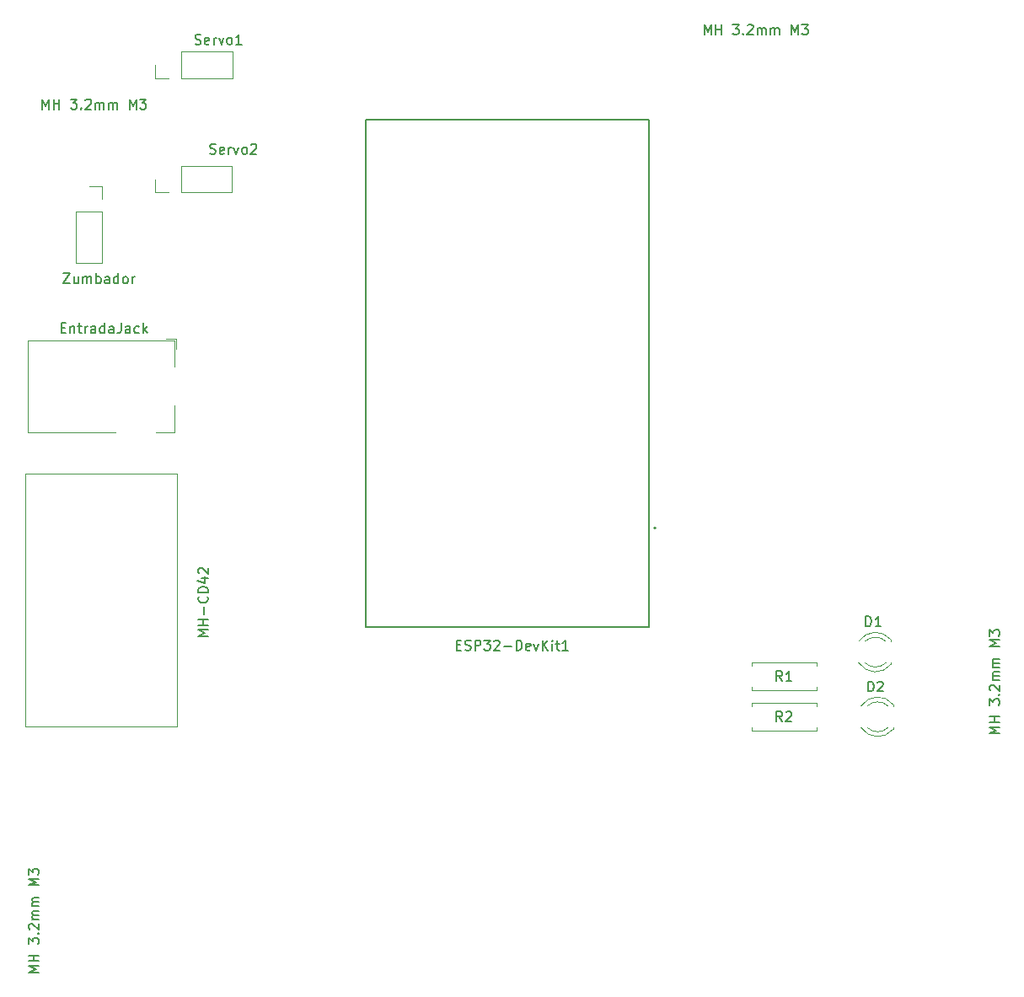
<source format=gbr>
%TF.GenerationSoftware,KiCad,Pcbnew,8.0.4*%
%TF.CreationDate,2024-08-27T12:01:37-05:00*%
%TF.ProjectId,ClonadorDeSe_alesEsp32,436c6f6e-6164-46f7-9244-655365f1616c,rev?*%
%TF.SameCoordinates,Original*%
%TF.FileFunction,Legend,Top*%
%TF.FilePolarity,Positive*%
%FSLAX46Y46*%
G04 Gerber Fmt 4.6, Leading zero omitted, Abs format (unit mm)*
G04 Created by KiCad (PCBNEW 8.0.4) date 2024-08-27 12:01:37*
%MOMM*%
%LPD*%
G01*
G04 APERTURE LIST*
%ADD10C,0.150000*%
%ADD11C,0.120000*%
%ADD12C,0.127000*%
%ADD13C,0.200000*%
G04 APERTURE END LIST*
D10*
X76809524Y-51454819D02*
X76809524Y-50454819D01*
X76809524Y-50454819D02*
X77142857Y-51169104D01*
X77142857Y-51169104D02*
X77476190Y-50454819D01*
X77476190Y-50454819D02*
X77476190Y-51454819D01*
X77952381Y-51454819D02*
X77952381Y-50454819D01*
X77952381Y-50931009D02*
X78523809Y-50931009D01*
X78523809Y-51454819D02*
X78523809Y-50454819D01*
X79666667Y-50454819D02*
X80285714Y-50454819D01*
X80285714Y-50454819D02*
X79952381Y-50835771D01*
X79952381Y-50835771D02*
X80095238Y-50835771D01*
X80095238Y-50835771D02*
X80190476Y-50883390D01*
X80190476Y-50883390D02*
X80238095Y-50931009D01*
X80238095Y-50931009D02*
X80285714Y-51026247D01*
X80285714Y-51026247D02*
X80285714Y-51264342D01*
X80285714Y-51264342D02*
X80238095Y-51359580D01*
X80238095Y-51359580D02*
X80190476Y-51407200D01*
X80190476Y-51407200D02*
X80095238Y-51454819D01*
X80095238Y-51454819D02*
X79809524Y-51454819D01*
X79809524Y-51454819D02*
X79714286Y-51407200D01*
X79714286Y-51407200D02*
X79666667Y-51359580D01*
X80714286Y-51359580D02*
X80761905Y-51407200D01*
X80761905Y-51407200D02*
X80714286Y-51454819D01*
X80714286Y-51454819D02*
X80666667Y-51407200D01*
X80666667Y-51407200D02*
X80714286Y-51359580D01*
X80714286Y-51359580D02*
X80714286Y-51454819D01*
X81142857Y-50550057D02*
X81190476Y-50502438D01*
X81190476Y-50502438D02*
X81285714Y-50454819D01*
X81285714Y-50454819D02*
X81523809Y-50454819D01*
X81523809Y-50454819D02*
X81619047Y-50502438D01*
X81619047Y-50502438D02*
X81666666Y-50550057D01*
X81666666Y-50550057D02*
X81714285Y-50645295D01*
X81714285Y-50645295D02*
X81714285Y-50740533D01*
X81714285Y-50740533D02*
X81666666Y-50883390D01*
X81666666Y-50883390D02*
X81095238Y-51454819D01*
X81095238Y-51454819D02*
X81714285Y-51454819D01*
X82142857Y-51454819D02*
X82142857Y-50788152D01*
X82142857Y-50883390D02*
X82190476Y-50835771D01*
X82190476Y-50835771D02*
X82285714Y-50788152D01*
X82285714Y-50788152D02*
X82428571Y-50788152D01*
X82428571Y-50788152D02*
X82523809Y-50835771D01*
X82523809Y-50835771D02*
X82571428Y-50931009D01*
X82571428Y-50931009D02*
X82571428Y-51454819D01*
X82571428Y-50931009D02*
X82619047Y-50835771D01*
X82619047Y-50835771D02*
X82714285Y-50788152D01*
X82714285Y-50788152D02*
X82857142Y-50788152D01*
X82857142Y-50788152D02*
X82952381Y-50835771D01*
X82952381Y-50835771D02*
X83000000Y-50931009D01*
X83000000Y-50931009D02*
X83000000Y-51454819D01*
X83476190Y-51454819D02*
X83476190Y-50788152D01*
X83476190Y-50883390D02*
X83523809Y-50835771D01*
X83523809Y-50835771D02*
X83619047Y-50788152D01*
X83619047Y-50788152D02*
X83761904Y-50788152D01*
X83761904Y-50788152D02*
X83857142Y-50835771D01*
X83857142Y-50835771D02*
X83904761Y-50931009D01*
X83904761Y-50931009D02*
X83904761Y-51454819D01*
X83904761Y-50931009D02*
X83952380Y-50835771D01*
X83952380Y-50835771D02*
X84047618Y-50788152D01*
X84047618Y-50788152D02*
X84190475Y-50788152D01*
X84190475Y-50788152D02*
X84285714Y-50835771D01*
X84285714Y-50835771D02*
X84333333Y-50931009D01*
X84333333Y-50931009D02*
X84333333Y-51454819D01*
X85571428Y-51454819D02*
X85571428Y-50454819D01*
X85571428Y-50454819D02*
X85904761Y-51169104D01*
X85904761Y-51169104D02*
X86238094Y-50454819D01*
X86238094Y-50454819D02*
X86238094Y-51454819D01*
X86619047Y-50454819D02*
X87238094Y-50454819D01*
X87238094Y-50454819D02*
X86904761Y-50835771D01*
X86904761Y-50835771D02*
X87047618Y-50835771D01*
X87047618Y-50835771D02*
X87142856Y-50883390D01*
X87142856Y-50883390D02*
X87190475Y-50931009D01*
X87190475Y-50931009D02*
X87238094Y-51026247D01*
X87238094Y-51026247D02*
X87238094Y-51264342D01*
X87238094Y-51264342D02*
X87190475Y-51359580D01*
X87190475Y-51359580D02*
X87142856Y-51407200D01*
X87142856Y-51407200D02*
X87047618Y-51454819D01*
X87047618Y-51454819D02*
X86761904Y-51454819D01*
X86761904Y-51454819D02*
X86666666Y-51407200D01*
X86666666Y-51407200D02*
X86619047Y-51359580D01*
X93666666Y-55907200D02*
X93809523Y-55954819D01*
X93809523Y-55954819D02*
X94047618Y-55954819D01*
X94047618Y-55954819D02*
X94142856Y-55907200D01*
X94142856Y-55907200D02*
X94190475Y-55859580D01*
X94190475Y-55859580D02*
X94238094Y-55764342D01*
X94238094Y-55764342D02*
X94238094Y-55669104D01*
X94238094Y-55669104D02*
X94190475Y-55573866D01*
X94190475Y-55573866D02*
X94142856Y-55526247D01*
X94142856Y-55526247D02*
X94047618Y-55478628D01*
X94047618Y-55478628D02*
X93857142Y-55431009D01*
X93857142Y-55431009D02*
X93761904Y-55383390D01*
X93761904Y-55383390D02*
X93714285Y-55335771D01*
X93714285Y-55335771D02*
X93666666Y-55240533D01*
X93666666Y-55240533D02*
X93666666Y-55145295D01*
X93666666Y-55145295D02*
X93714285Y-55050057D01*
X93714285Y-55050057D02*
X93761904Y-55002438D01*
X93761904Y-55002438D02*
X93857142Y-54954819D01*
X93857142Y-54954819D02*
X94095237Y-54954819D01*
X94095237Y-54954819D02*
X94238094Y-55002438D01*
X95047618Y-55907200D02*
X94952380Y-55954819D01*
X94952380Y-55954819D02*
X94761904Y-55954819D01*
X94761904Y-55954819D02*
X94666666Y-55907200D01*
X94666666Y-55907200D02*
X94619047Y-55811961D01*
X94619047Y-55811961D02*
X94619047Y-55431009D01*
X94619047Y-55431009D02*
X94666666Y-55335771D01*
X94666666Y-55335771D02*
X94761904Y-55288152D01*
X94761904Y-55288152D02*
X94952380Y-55288152D01*
X94952380Y-55288152D02*
X95047618Y-55335771D01*
X95047618Y-55335771D02*
X95095237Y-55431009D01*
X95095237Y-55431009D02*
X95095237Y-55526247D01*
X95095237Y-55526247D02*
X94619047Y-55621485D01*
X95523809Y-55954819D02*
X95523809Y-55288152D01*
X95523809Y-55478628D02*
X95571428Y-55383390D01*
X95571428Y-55383390D02*
X95619047Y-55335771D01*
X95619047Y-55335771D02*
X95714285Y-55288152D01*
X95714285Y-55288152D02*
X95809523Y-55288152D01*
X96047619Y-55288152D02*
X96285714Y-55954819D01*
X96285714Y-55954819D02*
X96523809Y-55288152D01*
X97047619Y-55954819D02*
X96952381Y-55907200D01*
X96952381Y-55907200D02*
X96904762Y-55859580D01*
X96904762Y-55859580D02*
X96857143Y-55764342D01*
X96857143Y-55764342D02*
X96857143Y-55478628D01*
X96857143Y-55478628D02*
X96904762Y-55383390D01*
X96904762Y-55383390D02*
X96952381Y-55335771D01*
X96952381Y-55335771D02*
X97047619Y-55288152D01*
X97047619Y-55288152D02*
X97190476Y-55288152D01*
X97190476Y-55288152D02*
X97285714Y-55335771D01*
X97285714Y-55335771D02*
X97333333Y-55383390D01*
X97333333Y-55383390D02*
X97380952Y-55478628D01*
X97380952Y-55478628D02*
X97380952Y-55764342D01*
X97380952Y-55764342D02*
X97333333Y-55859580D01*
X97333333Y-55859580D02*
X97285714Y-55907200D01*
X97285714Y-55907200D02*
X97190476Y-55954819D01*
X97190476Y-55954819D02*
X97047619Y-55954819D01*
X97761905Y-55050057D02*
X97809524Y-55002438D01*
X97809524Y-55002438D02*
X97904762Y-54954819D01*
X97904762Y-54954819D02*
X98142857Y-54954819D01*
X98142857Y-54954819D02*
X98238095Y-55002438D01*
X98238095Y-55002438D02*
X98285714Y-55050057D01*
X98285714Y-55050057D02*
X98333333Y-55145295D01*
X98333333Y-55145295D02*
X98333333Y-55240533D01*
X98333333Y-55240533D02*
X98285714Y-55383390D01*
X98285714Y-55383390D02*
X97714286Y-55954819D01*
X97714286Y-55954819D02*
X98333333Y-55954819D01*
X93454819Y-104428570D02*
X92454819Y-104428570D01*
X92454819Y-104428570D02*
X93169104Y-104095237D01*
X93169104Y-104095237D02*
X92454819Y-103761904D01*
X92454819Y-103761904D02*
X93454819Y-103761904D01*
X93454819Y-103285713D02*
X92454819Y-103285713D01*
X92931009Y-103285713D02*
X92931009Y-102714285D01*
X93454819Y-102714285D02*
X92454819Y-102714285D01*
X93073866Y-102238094D02*
X93073866Y-101476190D01*
X93359580Y-100428571D02*
X93407200Y-100476190D01*
X93407200Y-100476190D02*
X93454819Y-100619047D01*
X93454819Y-100619047D02*
X93454819Y-100714285D01*
X93454819Y-100714285D02*
X93407200Y-100857142D01*
X93407200Y-100857142D02*
X93311961Y-100952380D01*
X93311961Y-100952380D02*
X93216723Y-100999999D01*
X93216723Y-100999999D02*
X93026247Y-101047618D01*
X93026247Y-101047618D02*
X92883390Y-101047618D01*
X92883390Y-101047618D02*
X92692914Y-100999999D01*
X92692914Y-100999999D02*
X92597676Y-100952380D01*
X92597676Y-100952380D02*
X92502438Y-100857142D01*
X92502438Y-100857142D02*
X92454819Y-100714285D01*
X92454819Y-100714285D02*
X92454819Y-100619047D01*
X92454819Y-100619047D02*
X92502438Y-100476190D01*
X92502438Y-100476190D02*
X92550057Y-100428571D01*
X93454819Y-99999999D02*
X92454819Y-99999999D01*
X92454819Y-99999999D02*
X92454819Y-99761904D01*
X92454819Y-99761904D02*
X92502438Y-99619047D01*
X92502438Y-99619047D02*
X92597676Y-99523809D01*
X92597676Y-99523809D02*
X92692914Y-99476190D01*
X92692914Y-99476190D02*
X92883390Y-99428571D01*
X92883390Y-99428571D02*
X93026247Y-99428571D01*
X93026247Y-99428571D02*
X93216723Y-99476190D01*
X93216723Y-99476190D02*
X93311961Y-99523809D01*
X93311961Y-99523809D02*
X93407200Y-99619047D01*
X93407200Y-99619047D02*
X93454819Y-99761904D01*
X93454819Y-99761904D02*
X93454819Y-99999999D01*
X92788152Y-98571428D02*
X93454819Y-98571428D01*
X92407200Y-98809523D02*
X93121485Y-99047618D01*
X93121485Y-99047618D02*
X93121485Y-98428571D01*
X92550057Y-98095237D02*
X92502438Y-98047618D01*
X92502438Y-98047618D02*
X92454819Y-97952380D01*
X92454819Y-97952380D02*
X92454819Y-97714285D01*
X92454819Y-97714285D02*
X92502438Y-97619047D01*
X92502438Y-97619047D02*
X92550057Y-97571428D01*
X92550057Y-97571428D02*
X92645295Y-97523809D01*
X92645295Y-97523809D02*
X92740533Y-97523809D01*
X92740533Y-97523809D02*
X92883390Y-97571428D01*
X92883390Y-97571428D02*
X93454819Y-98142856D01*
X93454819Y-98142856D02*
X93454819Y-97523809D01*
X92166666Y-44907200D02*
X92309523Y-44954819D01*
X92309523Y-44954819D02*
X92547618Y-44954819D01*
X92547618Y-44954819D02*
X92642856Y-44907200D01*
X92642856Y-44907200D02*
X92690475Y-44859580D01*
X92690475Y-44859580D02*
X92738094Y-44764342D01*
X92738094Y-44764342D02*
X92738094Y-44669104D01*
X92738094Y-44669104D02*
X92690475Y-44573866D01*
X92690475Y-44573866D02*
X92642856Y-44526247D01*
X92642856Y-44526247D02*
X92547618Y-44478628D01*
X92547618Y-44478628D02*
X92357142Y-44431009D01*
X92357142Y-44431009D02*
X92261904Y-44383390D01*
X92261904Y-44383390D02*
X92214285Y-44335771D01*
X92214285Y-44335771D02*
X92166666Y-44240533D01*
X92166666Y-44240533D02*
X92166666Y-44145295D01*
X92166666Y-44145295D02*
X92214285Y-44050057D01*
X92214285Y-44050057D02*
X92261904Y-44002438D01*
X92261904Y-44002438D02*
X92357142Y-43954819D01*
X92357142Y-43954819D02*
X92595237Y-43954819D01*
X92595237Y-43954819D02*
X92738094Y-44002438D01*
X93547618Y-44907200D02*
X93452380Y-44954819D01*
X93452380Y-44954819D02*
X93261904Y-44954819D01*
X93261904Y-44954819D02*
X93166666Y-44907200D01*
X93166666Y-44907200D02*
X93119047Y-44811961D01*
X93119047Y-44811961D02*
X93119047Y-44431009D01*
X93119047Y-44431009D02*
X93166666Y-44335771D01*
X93166666Y-44335771D02*
X93261904Y-44288152D01*
X93261904Y-44288152D02*
X93452380Y-44288152D01*
X93452380Y-44288152D02*
X93547618Y-44335771D01*
X93547618Y-44335771D02*
X93595237Y-44431009D01*
X93595237Y-44431009D02*
X93595237Y-44526247D01*
X93595237Y-44526247D02*
X93119047Y-44621485D01*
X94023809Y-44954819D02*
X94023809Y-44288152D01*
X94023809Y-44478628D02*
X94071428Y-44383390D01*
X94071428Y-44383390D02*
X94119047Y-44335771D01*
X94119047Y-44335771D02*
X94214285Y-44288152D01*
X94214285Y-44288152D02*
X94309523Y-44288152D01*
X94547619Y-44288152D02*
X94785714Y-44954819D01*
X94785714Y-44954819D02*
X95023809Y-44288152D01*
X95547619Y-44954819D02*
X95452381Y-44907200D01*
X95452381Y-44907200D02*
X95404762Y-44859580D01*
X95404762Y-44859580D02*
X95357143Y-44764342D01*
X95357143Y-44764342D02*
X95357143Y-44478628D01*
X95357143Y-44478628D02*
X95404762Y-44383390D01*
X95404762Y-44383390D02*
X95452381Y-44335771D01*
X95452381Y-44335771D02*
X95547619Y-44288152D01*
X95547619Y-44288152D02*
X95690476Y-44288152D01*
X95690476Y-44288152D02*
X95785714Y-44335771D01*
X95785714Y-44335771D02*
X95833333Y-44383390D01*
X95833333Y-44383390D02*
X95880952Y-44478628D01*
X95880952Y-44478628D02*
X95880952Y-44764342D01*
X95880952Y-44764342D02*
X95833333Y-44859580D01*
X95833333Y-44859580D02*
X95785714Y-44907200D01*
X95785714Y-44907200D02*
X95690476Y-44954819D01*
X95690476Y-44954819D02*
X95547619Y-44954819D01*
X96833333Y-44954819D02*
X96261905Y-44954819D01*
X96547619Y-44954819D02*
X96547619Y-43954819D01*
X96547619Y-43954819D02*
X96452381Y-44097676D01*
X96452381Y-44097676D02*
X96357143Y-44192914D01*
X96357143Y-44192914D02*
X96261905Y-44240533D01*
X151143333Y-108904819D02*
X150810000Y-108428628D01*
X150571905Y-108904819D02*
X150571905Y-107904819D01*
X150571905Y-107904819D02*
X150952857Y-107904819D01*
X150952857Y-107904819D02*
X151048095Y-107952438D01*
X151048095Y-107952438D02*
X151095714Y-108000057D01*
X151095714Y-108000057D02*
X151143333Y-108095295D01*
X151143333Y-108095295D02*
X151143333Y-108238152D01*
X151143333Y-108238152D02*
X151095714Y-108333390D01*
X151095714Y-108333390D02*
X151048095Y-108381009D01*
X151048095Y-108381009D02*
X150952857Y-108428628D01*
X150952857Y-108428628D02*
X150571905Y-108428628D01*
X152095714Y-108904819D02*
X151524286Y-108904819D01*
X151810000Y-108904819D02*
X151810000Y-107904819D01*
X151810000Y-107904819D02*
X151714762Y-108047676D01*
X151714762Y-108047676D02*
X151619524Y-108142914D01*
X151619524Y-108142914D02*
X151524286Y-108190533D01*
X78714285Y-73431009D02*
X79047618Y-73431009D01*
X79190475Y-73954819D02*
X78714285Y-73954819D01*
X78714285Y-73954819D02*
X78714285Y-72954819D01*
X78714285Y-72954819D02*
X79190475Y-72954819D01*
X79619047Y-73288152D02*
X79619047Y-73954819D01*
X79619047Y-73383390D02*
X79666666Y-73335771D01*
X79666666Y-73335771D02*
X79761904Y-73288152D01*
X79761904Y-73288152D02*
X79904761Y-73288152D01*
X79904761Y-73288152D02*
X79999999Y-73335771D01*
X79999999Y-73335771D02*
X80047618Y-73431009D01*
X80047618Y-73431009D02*
X80047618Y-73954819D01*
X80380952Y-73288152D02*
X80761904Y-73288152D01*
X80523809Y-72954819D02*
X80523809Y-73811961D01*
X80523809Y-73811961D02*
X80571428Y-73907200D01*
X80571428Y-73907200D02*
X80666666Y-73954819D01*
X80666666Y-73954819D02*
X80761904Y-73954819D01*
X81095238Y-73954819D02*
X81095238Y-73288152D01*
X81095238Y-73478628D02*
X81142857Y-73383390D01*
X81142857Y-73383390D02*
X81190476Y-73335771D01*
X81190476Y-73335771D02*
X81285714Y-73288152D01*
X81285714Y-73288152D02*
X81380952Y-73288152D01*
X82142857Y-73954819D02*
X82142857Y-73431009D01*
X82142857Y-73431009D02*
X82095238Y-73335771D01*
X82095238Y-73335771D02*
X82000000Y-73288152D01*
X82000000Y-73288152D02*
X81809524Y-73288152D01*
X81809524Y-73288152D02*
X81714286Y-73335771D01*
X82142857Y-73907200D02*
X82047619Y-73954819D01*
X82047619Y-73954819D02*
X81809524Y-73954819D01*
X81809524Y-73954819D02*
X81714286Y-73907200D01*
X81714286Y-73907200D02*
X81666667Y-73811961D01*
X81666667Y-73811961D02*
X81666667Y-73716723D01*
X81666667Y-73716723D02*
X81714286Y-73621485D01*
X81714286Y-73621485D02*
X81809524Y-73573866D01*
X81809524Y-73573866D02*
X82047619Y-73573866D01*
X82047619Y-73573866D02*
X82142857Y-73526247D01*
X83047619Y-73954819D02*
X83047619Y-72954819D01*
X83047619Y-73907200D02*
X82952381Y-73954819D01*
X82952381Y-73954819D02*
X82761905Y-73954819D01*
X82761905Y-73954819D02*
X82666667Y-73907200D01*
X82666667Y-73907200D02*
X82619048Y-73859580D01*
X82619048Y-73859580D02*
X82571429Y-73764342D01*
X82571429Y-73764342D02*
X82571429Y-73478628D01*
X82571429Y-73478628D02*
X82619048Y-73383390D01*
X82619048Y-73383390D02*
X82666667Y-73335771D01*
X82666667Y-73335771D02*
X82761905Y-73288152D01*
X82761905Y-73288152D02*
X82952381Y-73288152D01*
X82952381Y-73288152D02*
X83047619Y-73335771D01*
X83952381Y-73954819D02*
X83952381Y-73431009D01*
X83952381Y-73431009D02*
X83904762Y-73335771D01*
X83904762Y-73335771D02*
X83809524Y-73288152D01*
X83809524Y-73288152D02*
X83619048Y-73288152D01*
X83619048Y-73288152D02*
X83523810Y-73335771D01*
X83952381Y-73907200D02*
X83857143Y-73954819D01*
X83857143Y-73954819D02*
X83619048Y-73954819D01*
X83619048Y-73954819D02*
X83523810Y-73907200D01*
X83523810Y-73907200D02*
X83476191Y-73811961D01*
X83476191Y-73811961D02*
X83476191Y-73716723D01*
X83476191Y-73716723D02*
X83523810Y-73621485D01*
X83523810Y-73621485D02*
X83619048Y-73573866D01*
X83619048Y-73573866D02*
X83857143Y-73573866D01*
X83857143Y-73573866D02*
X83952381Y-73526247D01*
X84714286Y-72954819D02*
X84714286Y-73669104D01*
X84714286Y-73669104D02*
X84666667Y-73811961D01*
X84666667Y-73811961D02*
X84571429Y-73907200D01*
X84571429Y-73907200D02*
X84428572Y-73954819D01*
X84428572Y-73954819D02*
X84333334Y-73954819D01*
X85619048Y-73954819D02*
X85619048Y-73431009D01*
X85619048Y-73431009D02*
X85571429Y-73335771D01*
X85571429Y-73335771D02*
X85476191Y-73288152D01*
X85476191Y-73288152D02*
X85285715Y-73288152D01*
X85285715Y-73288152D02*
X85190477Y-73335771D01*
X85619048Y-73907200D02*
X85523810Y-73954819D01*
X85523810Y-73954819D02*
X85285715Y-73954819D01*
X85285715Y-73954819D02*
X85190477Y-73907200D01*
X85190477Y-73907200D02*
X85142858Y-73811961D01*
X85142858Y-73811961D02*
X85142858Y-73716723D01*
X85142858Y-73716723D02*
X85190477Y-73621485D01*
X85190477Y-73621485D02*
X85285715Y-73573866D01*
X85285715Y-73573866D02*
X85523810Y-73573866D01*
X85523810Y-73573866D02*
X85619048Y-73526247D01*
X86523810Y-73907200D02*
X86428572Y-73954819D01*
X86428572Y-73954819D02*
X86238096Y-73954819D01*
X86238096Y-73954819D02*
X86142858Y-73907200D01*
X86142858Y-73907200D02*
X86095239Y-73859580D01*
X86095239Y-73859580D02*
X86047620Y-73764342D01*
X86047620Y-73764342D02*
X86047620Y-73478628D01*
X86047620Y-73478628D02*
X86095239Y-73383390D01*
X86095239Y-73383390D02*
X86142858Y-73335771D01*
X86142858Y-73335771D02*
X86238096Y-73288152D01*
X86238096Y-73288152D02*
X86428572Y-73288152D01*
X86428572Y-73288152D02*
X86523810Y-73335771D01*
X86952382Y-73954819D02*
X86952382Y-72954819D01*
X87047620Y-73573866D02*
X87333334Y-73954819D01*
X87333334Y-73288152D02*
X86952382Y-73669104D01*
X151143333Y-112954819D02*
X150810000Y-112478628D01*
X150571905Y-112954819D02*
X150571905Y-111954819D01*
X150571905Y-111954819D02*
X150952857Y-111954819D01*
X150952857Y-111954819D02*
X151048095Y-112002438D01*
X151048095Y-112002438D02*
X151095714Y-112050057D01*
X151095714Y-112050057D02*
X151143333Y-112145295D01*
X151143333Y-112145295D02*
X151143333Y-112288152D01*
X151143333Y-112288152D02*
X151095714Y-112383390D01*
X151095714Y-112383390D02*
X151048095Y-112431009D01*
X151048095Y-112431009D02*
X150952857Y-112478628D01*
X150952857Y-112478628D02*
X150571905Y-112478628D01*
X151524286Y-112050057D02*
X151571905Y-112002438D01*
X151571905Y-112002438D02*
X151667143Y-111954819D01*
X151667143Y-111954819D02*
X151905238Y-111954819D01*
X151905238Y-111954819D02*
X152000476Y-112002438D01*
X152000476Y-112002438D02*
X152048095Y-112050057D01*
X152048095Y-112050057D02*
X152095714Y-112145295D01*
X152095714Y-112145295D02*
X152095714Y-112240533D01*
X152095714Y-112240533D02*
X152048095Y-112383390D01*
X152048095Y-112383390D02*
X151476667Y-112954819D01*
X151476667Y-112954819D02*
X152095714Y-112954819D01*
X143309524Y-43954819D02*
X143309524Y-42954819D01*
X143309524Y-42954819D02*
X143642857Y-43669104D01*
X143642857Y-43669104D02*
X143976190Y-42954819D01*
X143976190Y-42954819D02*
X143976190Y-43954819D01*
X144452381Y-43954819D02*
X144452381Y-42954819D01*
X144452381Y-43431009D02*
X145023809Y-43431009D01*
X145023809Y-43954819D02*
X145023809Y-42954819D01*
X146166667Y-42954819D02*
X146785714Y-42954819D01*
X146785714Y-42954819D02*
X146452381Y-43335771D01*
X146452381Y-43335771D02*
X146595238Y-43335771D01*
X146595238Y-43335771D02*
X146690476Y-43383390D01*
X146690476Y-43383390D02*
X146738095Y-43431009D01*
X146738095Y-43431009D02*
X146785714Y-43526247D01*
X146785714Y-43526247D02*
X146785714Y-43764342D01*
X146785714Y-43764342D02*
X146738095Y-43859580D01*
X146738095Y-43859580D02*
X146690476Y-43907200D01*
X146690476Y-43907200D02*
X146595238Y-43954819D01*
X146595238Y-43954819D02*
X146309524Y-43954819D01*
X146309524Y-43954819D02*
X146214286Y-43907200D01*
X146214286Y-43907200D02*
X146166667Y-43859580D01*
X147214286Y-43859580D02*
X147261905Y-43907200D01*
X147261905Y-43907200D02*
X147214286Y-43954819D01*
X147214286Y-43954819D02*
X147166667Y-43907200D01*
X147166667Y-43907200D02*
X147214286Y-43859580D01*
X147214286Y-43859580D02*
X147214286Y-43954819D01*
X147642857Y-43050057D02*
X147690476Y-43002438D01*
X147690476Y-43002438D02*
X147785714Y-42954819D01*
X147785714Y-42954819D02*
X148023809Y-42954819D01*
X148023809Y-42954819D02*
X148119047Y-43002438D01*
X148119047Y-43002438D02*
X148166666Y-43050057D01*
X148166666Y-43050057D02*
X148214285Y-43145295D01*
X148214285Y-43145295D02*
X148214285Y-43240533D01*
X148214285Y-43240533D02*
X148166666Y-43383390D01*
X148166666Y-43383390D02*
X147595238Y-43954819D01*
X147595238Y-43954819D02*
X148214285Y-43954819D01*
X148642857Y-43954819D02*
X148642857Y-43288152D01*
X148642857Y-43383390D02*
X148690476Y-43335771D01*
X148690476Y-43335771D02*
X148785714Y-43288152D01*
X148785714Y-43288152D02*
X148928571Y-43288152D01*
X148928571Y-43288152D02*
X149023809Y-43335771D01*
X149023809Y-43335771D02*
X149071428Y-43431009D01*
X149071428Y-43431009D02*
X149071428Y-43954819D01*
X149071428Y-43431009D02*
X149119047Y-43335771D01*
X149119047Y-43335771D02*
X149214285Y-43288152D01*
X149214285Y-43288152D02*
X149357142Y-43288152D01*
X149357142Y-43288152D02*
X149452381Y-43335771D01*
X149452381Y-43335771D02*
X149500000Y-43431009D01*
X149500000Y-43431009D02*
X149500000Y-43954819D01*
X149976190Y-43954819D02*
X149976190Y-43288152D01*
X149976190Y-43383390D02*
X150023809Y-43335771D01*
X150023809Y-43335771D02*
X150119047Y-43288152D01*
X150119047Y-43288152D02*
X150261904Y-43288152D01*
X150261904Y-43288152D02*
X150357142Y-43335771D01*
X150357142Y-43335771D02*
X150404761Y-43431009D01*
X150404761Y-43431009D02*
X150404761Y-43954819D01*
X150404761Y-43431009D02*
X150452380Y-43335771D01*
X150452380Y-43335771D02*
X150547618Y-43288152D01*
X150547618Y-43288152D02*
X150690475Y-43288152D01*
X150690475Y-43288152D02*
X150785714Y-43335771D01*
X150785714Y-43335771D02*
X150833333Y-43431009D01*
X150833333Y-43431009D02*
X150833333Y-43954819D01*
X152071428Y-43954819D02*
X152071428Y-42954819D01*
X152071428Y-42954819D02*
X152404761Y-43669104D01*
X152404761Y-43669104D02*
X152738094Y-42954819D01*
X152738094Y-42954819D02*
X152738094Y-43954819D01*
X153119047Y-42954819D02*
X153738094Y-42954819D01*
X153738094Y-42954819D02*
X153404761Y-43335771D01*
X153404761Y-43335771D02*
X153547618Y-43335771D01*
X153547618Y-43335771D02*
X153642856Y-43383390D01*
X153642856Y-43383390D02*
X153690475Y-43431009D01*
X153690475Y-43431009D02*
X153738094Y-43526247D01*
X153738094Y-43526247D02*
X153738094Y-43764342D01*
X153738094Y-43764342D02*
X153690475Y-43859580D01*
X153690475Y-43859580D02*
X153642856Y-43907200D01*
X153642856Y-43907200D02*
X153547618Y-43954819D01*
X153547618Y-43954819D02*
X153261904Y-43954819D01*
X153261904Y-43954819D02*
X153166666Y-43907200D01*
X153166666Y-43907200D02*
X153119047Y-43859580D01*
X76454819Y-138190475D02*
X75454819Y-138190475D01*
X75454819Y-138190475D02*
X76169104Y-137857142D01*
X76169104Y-137857142D02*
X75454819Y-137523809D01*
X75454819Y-137523809D02*
X76454819Y-137523809D01*
X76454819Y-137047618D02*
X75454819Y-137047618D01*
X75931009Y-137047618D02*
X75931009Y-136476190D01*
X76454819Y-136476190D02*
X75454819Y-136476190D01*
X75454819Y-135333332D02*
X75454819Y-134714285D01*
X75454819Y-134714285D02*
X75835771Y-135047618D01*
X75835771Y-135047618D02*
X75835771Y-134904761D01*
X75835771Y-134904761D02*
X75883390Y-134809523D01*
X75883390Y-134809523D02*
X75931009Y-134761904D01*
X75931009Y-134761904D02*
X76026247Y-134714285D01*
X76026247Y-134714285D02*
X76264342Y-134714285D01*
X76264342Y-134714285D02*
X76359580Y-134761904D01*
X76359580Y-134761904D02*
X76407200Y-134809523D01*
X76407200Y-134809523D02*
X76454819Y-134904761D01*
X76454819Y-134904761D02*
X76454819Y-135190475D01*
X76454819Y-135190475D02*
X76407200Y-135285713D01*
X76407200Y-135285713D02*
X76359580Y-135333332D01*
X76359580Y-134285713D02*
X76407200Y-134238094D01*
X76407200Y-134238094D02*
X76454819Y-134285713D01*
X76454819Y-134285713D02*
X76407200Y-134333332D01*
X76407200Y-134333332D02*
X76359580Y-134285713D01*
X76359580Y-134285713D02*
X76454819Y-134285713D01*
X75550057Y-133857142D02*
X75502438Y-133809523D01*
X75502438Y-133809523D02*
X75454819Y-133714285D01*
X75454819Y-133714285D02*
X75454819Y-133476190D01*
X75454819Y-133476190D02*
X75502438Y-133380952D01*
X75502438Y-133380952D02*
X75550057Y-133333333D01*
X75550057Y-133333333D02*
X75645295Y-133285714D01*
X75645295Y-133285714D02*
X75740533Y-133285714D01*
X75740533Y-133285714D02*
X75883390Y-133333333D01*
X75883390Y-133333333D02*
X76454819Y-133904761D01*
X76454819Y-133904761D02*
X76454819Y-133285714D01*
X76454819Y-132857142D02*
X75788152Y-132857142D01*
X75883390Y-132857142D02*
X75835771Y-132809523D01*
X75835771Y-132809523D02*
X75788152Y-132714285D01*
X75788152Y-132714285D02*
X75788152Y-132571428D01*
X75788152Y-132571428D02*
X75835771Y-132476190D01*
X75835771Y-132476190D02*
X75931009Y-132428571D01*
X75931009Y-132428571D02*
X76454819Y-132428571D01*
X75931009Y-132428571D02*
X75835771Y-132380952D01*
X75835771Y-132380952D02*
X75788152Y-132285714D01*
X75788152Y-132285714D02*
X75788152Y-132142857D01*
X75788152Y-132142857D02*
X75835771Y-132047618D01*
X75835771Y-132047618D02*
X75931009Y-131999999D01*
X75931009Y-131999999D02*
X76454819Y-131999999D01*
X76454819Y-131523809D02*
X75788152Y-131523809D01*
X75883390Y-131523809D02*
X75835771Y-131476190D01*
X75835771Y-131476190D02*
X75788152Y-131380952D01*
X75788152Y-131380952D02*
X75788152Y-131238095D01*
X75788152Y-131238095D02*
X75835771Y-131142857D01*
X75835771Y-131142857D02*
X75931009Y-131095238D01*
X75931009Y-131095238D02*
X76454819Y-131095238D01*
X75931009Y-131095238D02*
X75835771Y-131047619D01*
X75835771Y-131047619D02*
X75788152Y-130952381D01*
X75788152Y-130952381D02*
X75788152Y-130809524D01*
X75788152Y-130809524D02*
X75835771Y-130714285D01*
X75835771Y-130714285D02*
X75931009Y-130666666D01*
X75931009Y-130666666D02*
X76454819Y-130666666D01*
X76454819Y-129428571D02*
X75454819Y-129428571D01*
X75454819Y-129428571D02*
X76169104Y-129095238D01*
X76169104Y-129095238D02*
X75454819Y-128761905D01*
X75454819Y-128761905D02*
X76454819Y-128761905D01*
X75454819Y-128380952D02*
X75454819Y-127761905D01*
X75454819Y-127761905D02*
X75835771Y-128095238D01*
X75835771Y-128095238D02*
X75835771Y-127952381D01*
X75835771Y-127952381D02*
X75883390Y-127857143D01*
X75883390Y-127857143D02*
X75931009Y-127809524D01*
X75931009Y-127809524D02*
X76026247Y-127761905D01*
X76026247Y-127761905D02*
X76264342Y-127761905D01*
X76264342Y-127761905D02*
X76359580Y-127809524D01*
X76359580Y-127809524D02*
X76407200Y-127857143D01*
X76407200Y-127857143D02*
X76454819Y-127952381D01*
X76454819Y-127952381D02*
X76454819Y-128238095D01*
X76454819Y-128238095D02*
X76407200Y-128333333D01*
X76407200Y-128333333D02*
X76359580Y-128380952D01*
X172954819Y-114190475D02*
X171954819Y-114190475D01*
X171954819Y-114190475D02*
X172669104Y-113857142D01*
X172669104Y-113857142D02*
X171954819Y-113523809D01*
X171954819Y-113523809D02*
X172954819Y-113523809D01*
X172954819Y-113047618D02*
X171954819Y-113047618D01*
X172431009Y-113047618D02*
X172431009Y-112476190D01*
X172954819Y-112476190D02*
X171954819Y-112476190D01*
X171954819Y-111333332D02*
X171954819Y-110714285D01*
X171954819Y-110714285D02*
X172335771Y-111047618D01*
X172335771Y-111047618D02*
X172335771Y-110904761D01*
X172335771Y-110904761D02*
X172383390Y-110809523D01*
X172383390Y-110809523D02*
X172431009Y-110761904D01*
X172431009Y-110761904D02*
X172526247Y-110714285D01*
X172526247Y-110714285D02*
X172764342Y-110714285D01*
X172764342Y-110714285D02*
X172859580Y-110761904D01*
X172859580Y-110761904D02*
X172907200Y-110809523D01*
X172907200Y-110809523D02*
X172954819Y-110904761D01*
X172954819Y-110904761D02*
X172954819Y-111190475D01*
X172954819Y-111190475D02*
X172907200Y-111285713D01*
X172907200Y-111285713D02*
X172859580Y-111333332D01*
X172859580Y-110285713D02*
X172907200Y-110238094D01*
X172907200Y-110238094D02*
X172954819Y-110285713D01*
X172954819Y-110285713D02*
X172907200Y-110333332D01*
X172907200Y-110333332D02*
X172859580Y-110285713D01*
X172859580Y-110285713D02*
X172954819Y-110285713D01*
X172050057Y-109857142D02*
X172002438Y-109809523D01*
X172002438Y-109809523D02*
X171954819Y-109714285D01*
X171954819Y-109714285D02*
X171954819Y-109476190D01*
X171954819Y-109476190D02*
X172002438Y-109380952D01*
X172002438Y-109380952D02*
X172050057Y-109333333D01*
X172050057Y-109333333D02*
X172145295Y-109285714D01*
X172145295Y-109285714D02*
X172240533Y-109285714D01*
X172240533Y-109285714D02*
X172383390Y-109333333D01*
X172383390Y-109333333D02*
X172954819Y-109904761D01*
X172954819Y-109904761D02*
X172954819Y-109285714D01*
X172954819Y-108857142D02*
X172288152Y-108857142D01*
X172383390Y-108857142D02*
X172335771Y-108809523D01*
X172335771Y-108809523D02*
X172288152Y-108714285D01*
X172288152Y-108714285D02*
X172288152Y-108571428D01*
X172288152Y-108571428D02*
X172335771Y-108476190D01*
X172335771Y-108476190D02*
X172431009Y-108428571D01*
X172431009Y-108428571D02*
X172954819Y-108428571D01*
X172431009Y-108428571D02*
X172335771Y-108380952D01*
X172335771Y-108380952D02*
X172288152Y-108285714D01*
X172288152Y-108285714D02*
X172288152Y-108142857D01*
X172288152Y-108142857D02*
X172335771Y-108047618D01*
X172335771Y-108047618D02*
X172431009Y-107999999D01*
X172431009Y-107999999D02*
X172954819Y-107999999D01*
X172954819Y-107523809D02*
X172288152Y-107523809D01*
X172383390Y-107523809D02*
X172335771Y-107476190D01*
X172335771Y-107476190D02*
X172288152Y-107380952D01*
X172288152Y-107380952D02*
X172288152Y-107238095D01*
X172288152Y-107238095D02*
X172335771Y-107142857D01*
X172335771Y-107142857D02*
X172431009Y-107095238D01*
X172431009Y-107095238D02*
X172954819Y-107095238D01*
X172431009Y-107095238D02*
X172335771Y-107047619D01*
X172335771Y-107047619D02*
X172288152Y-106952381D01*
X172288152Y-106952381D02*
X172288152Y-106809524D01*
X172288152Y-106809524D02*
X172335771Y-106714285D01*
X172335771Y-106714285D02*
X172431009Y-106666666D01*
X172431009Y-106666666D02*
X172954819Y-106666666D01*
X172954819Y-105428571D02*
X171954819Y-105428571D01*
X171954819Y-105428571D02*
X172669104Y-105095238D01*
X172669104Y-105095238D02*
X171954819Y-104761905D01*
X171954819Y-104761905D02*
X172954819Y-104761905D01*
X171954819Y-104380952D02*
X171954819Y-103761905D01*
X171954819Y-103761905D02*
X172335771Y-104095238D01*
X172335771Y-104095238D02*
X172335771Y-103952381D01*
X172335771Y-103952381D02*
X172383390Y-103857143D01*
X172383390Y-103857143D02*
X172431009Y-103809524D01*
X172431009Y-103809524D02*
X172526247Y-103761905D01*
X172526247Y-103761905D02*
X172764342Y-103761905D01*
X172764342Y-103761905D02*
X172859580Y-103809524D01*
X172859580Y-103809524D02*
X172907200Y-103857143D01*
X172907200Y-103857143D02*
X172954819Y-103952381D01*
X172954819Y-103952381D02*
X172954819Y-104238095D01*
X172954819Y-104238095D02*
X172907200Y-104333333D01*
X172907200Y-104333333D02*
X172859580Y-104380952D01*
X159536905Y-103404819D02*
X159536905Y-102404819D01*
X159536905Y-102404819D02*
X159775000Y-102404819D01*
X159775000Y-102404819D02*
X159917857Y-102452438D01*
X159917857Y-102452438D02*
X160013095Y-102547676D01*
X160013095Y-102547676D02*
X160060714Y-102642914D01*
X160060714Y-102642914D02*
X160108333Y-102833390D01*
X160108333Y-102833390D02*
X160108333Y-102976247D01*
X160108333Y-102976247D02*
X160060714Y-103166723D01*
X160060714Y-103166723D02*
X160013095Y-103261961D01*
X160013095Y-103261961D02*
X159917857Y-103357200D01*
X159917857Y-103357200D02*
X159775000Y-103404819D01*
X159775000Y-103404819D02*
X159536905Y-103404819D01*
X161060714Y-103404819D02*
X160489286Y-103404819D01*
X160775000Y-103404819D02*
X160775000Y-102404819D01*
X160775000Y-102404819D02*
X160679762Y-102547676D01*
X160679762Y-102547676D02*
X160584524Y-102642914D01*
X160584524Y-102642914D02*
X160489286Y-102690533D01*
X159761905Y-109954819D02*
X159761905Y-108954819D01*
X159761905Y-108954819D02*
X160000000Y-108954819D01*
X160000000Y-108954819D02*
X160142857Y-109002438D01*
X160142857Y-109002438D02*
X160238095Y-109097676D01*
X160238095Y-109097676D02*
X160285714Y-109192914D01*
X160285714Y-109192914D02*
X160333333Y-109383390D01*
X160333333Y-109383390D02*
X160333333Y-109526247D01*
X160333333Y-109526247D02*
X160285714Y-109716723D01*
X160285714Y-109716723D02*
X160238095Y-109811961D01*
X160238095Y-109811961D02*
X160142857Y-109907200D01*
X160142857Y-109907200D02*
X160000000Y-109954819D01*
X160000000Y-109954819D02*
X159761905Y-109954819D01*
X160714286Y-109050057D02*
X160761905Y-109002438D01*
X160761905Y-109002438D02*
X160857143Y-108954819D01*
X160857143Y-108954819D02*
X161095238Y-108954819D01*
X161095238Y-108954819D02*
X161190476Y-109002438D01*
X161190476Y-109002438D02*
X161238095Y-109050057D01*
X161238095Y-109050057D02*
X161285714Y-109145295D01*
X161285714Y-109145295D02*
X161285714Y-109240533D01*
X161285714Y-109240533D02*
X161238095Y-109383390D01*
X161238095Y-109383390D02*
X160666667Y-109954819D01*
X160666667Y-109954819D02*
X161285714Y-109954819D01*
X78928571Y-67954819D02*
X79595237Y-67954819D01*
X79595237Y-67954819D02*
X78928571Y-68954819D01*
X78928571Y-68954819D02*
X79595237Y-68954819D01*
X80404761Y-68288152D02*
X80404761Y-68954819D01*
X79976190Y-68288152D02*
X79976190Y-68811961D01*
X79976190Y-68811961D02*
X80023809Y-68907200D01*
X80023809Y-68907200D02*
X80119047Y-68954819D01*
X80119047Y-68954819D02*
X80261904Y-68954819D01*
X80261904Y-68954819D02*
X80357142Y-68907200D01*
X80357142Y-68907200D02*
X80404761Y-68859580D01*
X80880952Y-68954819D02*
X80880952Y-68288152D01*
X80880952Y-68383390D02*
X80928571Y-68335771D01*
X80928571Y-68335771D02*
X81023809Y-68288152D01*
X81023809Y-68288152D02*
X81166666Y-68288152D01*
X81166666Y-68288152D02*
X81261904Y-68335771D01*
X81261904Y-68335771D02*
X81309523Y-68431009D01*
X81309523Y-68431009D02*
X81309523Y-68954819D01*
X81309523Y-68431009D02*
X81357142Y-68335771D01*
X81357142Y-68335771D02*
X81452380Y-68288152D01*
X81452380Y-68288152D02*
X81595237Y-68288152D01*
X81595237Y-68288152D02*
X81690476Y-68335771D01*
X81690476Y-68335771D02*
X81738095Y-68431009D01*
X81738095Y-68431009D02*
X81738095Y-68954819D01*
X82214285Y-68954819D02*
X82214285Y-67954819D01*
X82214285Y-68335771D02*
X82309523Y-68288152D01*
X82309523Y-68288152D02*
X82499999Y-68288152D01*
X82499999Y-68288152D02*
X82595237Y-68335771D01*
X82595237Y-68335771D02*
X82642856Y-68383390D01*
X82642856Y-68383390D02*
X82690475Y-68478628D01*
X82690475Y-68478628D02*
X82690475Y-68764342D01*
X82690475Y-68764342D02*
X82642856Y-68859580D01*
X82642856Y-68859580D02*
X82595237Y-68907200D01*
X82595237Y-68907200D02*
X82499999Y-68954819D01*
X82499999Y-68954819D02*
X82309523Y-68954819D01*
X82309523Y-68954819D02*
X82214285Y-68907200D01*
X83547618Y-68954819D02*
X83547618Y-68431009D01*
X83547618Y-68431009D02*
X83499999Y-68335771D01*
X83499999Y-68335771D02*
X83404761Y-68288152D01*
X83404761Y-68288152D02*
X83214285Y-68288152D01*
X83214285Y-68288152D02*
X83119047Y-68335771D01*
X83547618Y-68907200D02*
X83452380Y-68954819D01*
X83452380Y-68954819D02*
X83214285Y-68954819D01*
X83214285Y-68954819D02*
X83119047Y-68907200D01*
X83119047Y-68907200D02*
X83071428Y-68811961D01*
X83071428Y-68811961D02*
X83071428Y-68716723D01*
X83071428Y-68716723D02*
X83119047Y-68621485D01*
X83119047Y-68621485D02*
X83214285Y-68573866D01*
X83214285Y-68573866D02*
X83452380Y-68573866D01*
X83452380Y-68573866D02*
X83547618Y-68526247D01*
X84452380Y-68954819D02*
X84452380Y-67954819D01*
X84452380Y-68907200D02*
X84357142Y-68954819D01*
X84357142Y-68954819D02*
X84166666Y-68954819D01*
X84166666Y-68954819D02*
X84071428Y-68907200D01*
X84071428Y-68907200D02*
X84023809Y-68859580D01*
X84023809Y-68859580D02*
X83976190Y-68764342D01*
X83976190Y-68764342D02*
X83976190Y-68478628D01*
X83976190Y-68478628D02*
X84023809Y-68383390D01*
X84023809Y-68383390D02*
X84071428Y-68335771D01*
X84071428Y-68335771D02*
X84166666Y-68288152D01*
X84166666Y-68288152D02*
X84357142Y-68288152D01*
X84357142Y-68288152D02*
X84452380Y-68335771D01*
X85071428Y-68954819D02*
X84976190Y-68907200D01*
X84976190Y-68907200D02*
X84928571Y-68859580D01*
X84928571Y-68859580D02*
X84880952Y-68764342D01*
X84880952Y-68764342D02*
X84880952Y-68478628D01*
X84880952Y-68478628D02*
X84928571Y-68383390D01*
X84928571Y-68383390D02*
X84976190Y-68335771D01*
X84976190Y-68335771D02*
X85071428Y-68288152D01*
X85071428Y-68288152D02*
X85214285Y-68288152D01*
X85214285Y-68288152D02*
X85309523Y-68335771D01*
X85309523Y-68335771D02*
X85357142Y-68383390D01*
X85357142Y-68383390D02*
X85404761Y-68478628D01*
X85404761Y-68478628D02*
X85404761Y-68764342D01*
X85404761Y-68764342D02*
X85357142Y-68859580D01*
X85357142Y-68859580D02*
X85309523Y-68907200D01*
X85309523Y-68907200D02*
X85214285Y-68954819D01*
X85214285Y-68954819D02*
X85071428Y-68954819D01*
X85833333Y-68954819D02*
X85833333Y-68288152D01*
X85833333Y-68478628D02*
X85880952Y-68383390D01*
X85880952Y-68383390D02*
X85928571Y-68335771D01*
X85928571Y-68335771D02*
X86023809Y-68288152D01*
X86023809Y-68288152D02*
X86119047Y-68288152D01*
X118428571Y-105291009D02*
X118761904Y-105291009D01*
X118904761Y-105814819D02*
X118428571Y-105814819D01*
X118428571Y-105814819D02*
X118428571Y-104814819D01*
X118428571Y-104814819D02*
X118904761Y-104814819D01*
X119285714Y-105767200D02*
X119428571Y-105814819D01*
X119428571Y-105814819D02*
X119666666Y-105814819D01*
X119666666Y-105814819D02*
X119761904Y-105767200D01*
X119761904Y-105767200D02*
X119809523Y-105719580D01*
X119809523Y-105719580D02*
X119857142Y-105624342D01*
X119857142Y-105624342D02*
X119857142Y-105529104D01*
X119857142Y-105529104D02*
X119809523Y-105433866D01*
X119809523Y-105433866D02*
X119761904Y-105386247D01*
X119761904Y-105386247D02*
X119666666Y-105338628D01*
X119666666Y-105338628D02*
X119476190Y-105291009D01*
X119476190Y-105291009D02*
X119380952Y-105243390D01*
X119380952Y-105243390D02*
X119333333Y-105195771D01*
X119333333Y-105195771D02*
X119285714Y-105100533D01*
X119285714Y-105100533D02*
X119285714Y-105005295D01*
X119285714Y-105005295D02*
X119333333Y-104910057D01*
X119333333Y-104910057D02*
X119380952Y-104862438D01*
X119380952Y-104862438D02*
X119476190Y-104814819D01*
X119476190Y-104814819D02*
X119714285Y-104814819D01*
X119714285Y-104814819D02*
X119857142Y-104862438D01*
X120285714Y-105814819D02*
X120285714Y-104814819D01*
X120285714Y-104814819D02*
X120666666Y-104814819D01*
X120666666Y-104814819D02*
X120761904Y-104862438D01*
X120761904Y-104862438D02*
X120809523Y-104910057D01*
X120809523Y-104910057D02*
X120857142Y-105005295D01*
X120857142Y-105005295D02*
X120857142Y-105148152D01*
X120857142Y-105148152D02*
X120809523Y-105243390D01*
X120809523Y-105243390D02*
X120761904Y-105291009D01*
X120761904Y-105291009D02*
X120666666Y-105338628D01*
X120666666Y-105338628D02*
X120285714Y-105338628D01*
X121190476Y-104814819D02*
X121809523Y-104814819D01*
X121809523Y-104814819D02*
X121476190Y-105195771D01*
X121476190Y-105195771D02*
X121619047Y-105195771D01*
X121619047Y-105195771D02*
X121714285Y-105243390D01*
X121714285Y-105243390D02*
X121761904Y-105291009D01*
X121761904Y-105291009D02*
X121809523Y-105386247D01*
X121809523Y-105386247D02*
X121809523Y-105624342D01*
X121809523Y-105624342D02*
X121761904Y-105719580D01*
X121761904Y-105719580D02*
X121714285Y-105767200D01*
X121714285Y-105767200D02*
X121619047Y-105814819D01*
X121619047Y-105814819D02*
X121333333Y-105814819D01*
X121333333Y-105814819D02*
X121238095Y-105767200D01*
X121238095Y-105767200D02*
X121190476Y-105719580D01*
X122190476Y-104910057D02*
X122238095Y-104862438D01*
X122238095Y-104862438D02*
X122333333Y-104814819D01*
X122333333Y-104814819D02*
X122571428Y-104814819D01*
X122571428Y-104814819D02*
X122666666Y-104862438D01*
X122666666Y-104862438D02*
X122714285Y-104910057D01*
X122714285Y-104910057D02*
X122761904Y-105005295D01*
X122761904Y-105005295D02*
X122761904Y-105100533D01*
X122761904Y-105100533D02*
X122714285Y-105243390D01*
X122714285Y-105243390D02*
X122142857Y-105814819D01*
X122142857Y-105814819D02*
X122761904Y-105814819D01*
X123190476Y-105433866D02*
X123952381Y-105433866D01*
X124428571Y-105814819D02*
X124428571Y-104814819D01*
X124428571Y-104814819D02*
X124666666Y-104814819D01*
X124666666Y-104814819D02*
X124809523Y-104862438D01*
X124809523Y-104862438D02*
X124904761Y-104957676D01*
X124904761Y-104957676D02*
X124952380Y-105052914D01*
X124952380Y-105052914D02*
X124999999Y-105243390D01*
X124999999Y-105243390D02*
X124999999Y-105386247D01*
X124999999Y-105386247D02*
X124952380Y-105576723D01*
X124952380Y-105576723D02*
X124904761Y-105671961D01*
X124904761Y-105671961D02*
X124809523Y-105767200D01*
X124809523Y-105767200D02*
X124666666Y-105814819D01*
X124666666Y-105814819D02*
X124428571Y-105814819D01*
X125809523Y-105767200D02*
X125714285Y-105814819D01*
X125714285Y-105814819D02*
X125523809Y-105814819D01*
X125523809Y-105814819D02*
X125428571Y-105767200D01*
X125428571Y-105767200D02*
X125380952Y-105671961D01*
X125380952Y-105671961D02*
X125380952Y-105291009D01*
X125380952Y-105291009D02*
X125428571Y-105195771D01*
X125428571Y-105195771D02*
X125523809Y-105148152D01*
X125523809Y-105148152D02*
X125714285Y-105148152D01*
X125714285Y-105148152D02*
X125809523Y-105195771D01*
X125809523Y-105195771D02*
X125857142Y-105291009D01*
X125857142Y-105291009D02*
X125857142Y-105386247D01*
X125857142Y-105386247D02*
X125380952Y-105481485D01*
X126190476Y-105148152D02*
X126428571Y-105814819D01*
X126428571Y-105814819D02*
X126666666Y-105148152D01*
X127047619Y-105814819D02*
X127047619Y-104814819D01*
X127619047Y-105814819D02*
X127190476Y-105243390D01*
X127619047Y-104814819D02*
X127047619Y-105386247D01*
X128047619Y-105814819D02*
X128047619Y-105148152D01*
X128047619Y-104814819D02*
X128000000Y-104862438D01*
X128000000Y-104862438D02*
X128047619Y-104910057D01*
X128047619Y-104910057D02*
X128095238Y-104862438D01*
X128095238Y-104862438D02*
X128047619Y-104814819D01*
X128047619Y-104814819D02*
X128047619Y-104910057D01*
X128380952Y-105148152D02*
X128761904Y-105148152D01*
X128523809Y-104814819D02*
X128523809Y-105671961D01*
X128523809Y-105671961D02*
X128571428Y-105767200D01*
X128571428Y-105767200D02*
X128666666Y-105814819D01*
X128666666Y-105814819D02*
X128761904Y-105814819D01*
X129619047Y-105814819D02*
X129047619Y-105814819D01*
X129333333Y-105814819D02*
X129333333Y-104814819D01*
X129333333Y-104814819D02*
X129238095Y-104957676D01*
X129238095Y-104957676D02*
X129142857Y-105052914D01*
X129142857Y-105052914D02*
X129047619Y-105100533D01*
D11*
%TO.C,Servo2*%
X88130000Y-59830000D02*
X88130000Y-58500000D01*
X89460000Y-59830000D02*
X88130000Y-59830000D01*
X90730000Y-57170000D02*
X95870000Y-57170000D01*
X90730000Y-59830000D02*
X90730000Y-57170000D01*
X90730000Y-59830000D02*
X95870000Y-59830000D01*
X95870000Y-59830000D02*
X95870000Y-57170000D01*
%TO.C,MH-CD42*%
X75070000Y-88100000D02*
X90310000Y-88100000D01*
X90310000Y-113500000D01*
X75070000Y-113500000D01*
X75070000Y-88100000D01*
%TO.C,Servo1*%
X88170000Y-48330000D02*
X88170000Y-47000000D01*
X89500000Y-48330000D02*
X88170000Y-48330000D01*
X90770000Y-45670000D02*
X95910000Y-45670000D01*
X90770000Y-48330000D02*
X90770000Y-45670000D01*
X90770000Y-48330000D02*
X95910000Y-48330000D01*
X95910000Y-48330000D02*
X95910000Y-45670000D01*
%TO.C,R1*%
X148040000Y-107080000D02*
X154580000Y-107080000D01*
X148040000Y-107410000D02*
X148040000Y-107080000D01*
X148040000Y-109490000D02*
X148040000Y-109820000D01*
X148040000Y-109820000D02*
X154580000Y-109820000D01*
X154580000Y-107080000D02*
X154580000Y-107410000D01*
X154580000Y-109820000D02*
X154580000Y-109490000D01*
%TO.C,EntradaJack*%
X75390000Y-74700000D02*
X90090000Y-74700000D01*
X75390000Y-83900000D02*
X75390000Y-74700000D01*
X84190000Y-83900000D02*
X75390000Y-83900000D01*
X89240000Y-74500000D02*
X90290000Y-74500000D01*
X90090000Y-74700000D02*
X90090000Y-77300000D01*
X90090000Y-81200000D02*
X90090000Y-83900000D01*
X90090000Y-83900000D02*
X88190000Y-83900000D01*
X90290000Y-75550000D02*
X90290000Y-74500000D01*
%TO.C,R2*%
X148040000Y-111130000D02*
X154580000Y-111130000D01*
X148040000Y-111460000D02*
X148040000Y-111130000D01*
X148040000Y-113540000D02*
X148040000Y-113870000D01*
X148040000Y-113870000D02*
X154580000Y-113870000D01*
X154580000Y-111130000D02*
X154580000Y-111460000D01*
X154580000Y-113870000D02*
X154580000Y-113540000D01*
%TO.C,D1*%
X162065000Y-104920000D02*
X162065000Y-104764000D01*
X162065000Y-107236000D02*
X162065000Y-107080000D01*
X158832665Y-104921392D02*
G75*
G02*
X162065000Y-104764484I1672335J-1078608D01*
G01*
X159463870Y-104920163D02*
G75*
G02*
X161545961Y-104920000I1041130J-1079837D01*
G01*
X161545961Y-107080000D02*
G75*
G02*
X159463870Y-107079837I-1040961J1080000D01*
G01*
X162065000Y-107235516D02*
G75*
G02*
X158832665Y-107078608I-1560000J1235516D01*
G01*
%TO.C,D2*%
X162290000Y-111420000D02*
X162290000Y-111264000D01*
X162290000Y-113736000D02*
X162290000Y-113580000D01*
X159057665Y-111421392D02*
G75*
G02*
X162290000Y-111264484I1672335J-1078608D01*
G01*
X159688870Y-111420163D02*
G75*
G02*
X161770961Y-111420000I1041130J-1079837D01*
G01*
X161770961Y-113580000D02*
G75*
G02*
X159688870Y-113579837I-1040961J1080000D01*
G01*
X162290000Y-113735516D02*
G75*
G02*
X159057665Y-113578608I-1560000J1235516D01*
G01*
%TO.C,Zumbador*%
X80170000Y-61770000D02*
X80170000Y-66910000D01*
X80170000Y-61770000D02*
X82830000Y-61770000D01*
X80170000Y-66910000D02*
X82830000Y-66910000D01*
X81500000Y-59170000D02*
X82830000Y-59170000D01*
X82830000Y-59170000D02*
X82830000Y-60500000D01*
X82830000Y-61770000D02*
X82830000Y-66910000D01*
D12*
%TO.C,ESP32-DevKit1*%
X109270000Y-52525000D02*
X137780000Y-52525000D01*
X109270000Y-103475000D02*
X109270000Y-52525000D01*
X109270000Y-103475000D02*
X109270000Y-52525000D01*
X114720000Y-52525000D02*
X109270000Y-52525000D01*
X120000000Y-103475000D02*
X109270000Y-103475000D01*
X126711000Y-103475000D02*
X120000000Y-103475000D01*
X132410000Y-52525000D02*
X114720000Y-52525000D01*
X137780000Y-52525000D02*
X132410000Y-52525000D01*
X137780000Y-52525000D02*
X137780000Y-103475000D01*
X137780000Y-52525000D02*
X137780000Y-103475000D01*
X137780000Y-103475000D02*
X109270000Y-103475000D01*
X137780000Y-103475000D02*
X126711000Y-103475000D01*
D13*
X138450000Y-93515000D02*
G75*
G02*
X138250000Y-93515000I-100000J0D01*
G01*
X138250000Y-93515000D02*
G75*
G02*
X138450000Y-93515000I100000J0D01*
G01*
%TD*%
M02*

</source>
